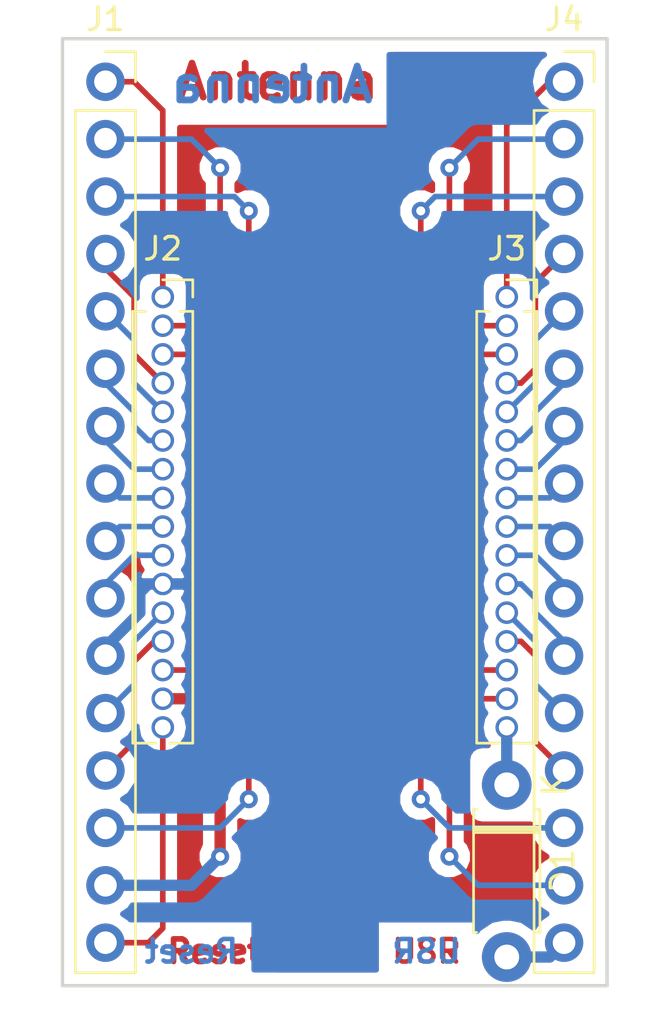
<source format=kicad_pcb>
(kicad_pcb (version 20171130) (host pcbnew 5.0.2+dfsg1-1~bpo9+1)

  (general
    (thickness 1.6)
    (drawings 10)
    (tracks 129)
    (zones 0)
    (modules 5)
    (nets 34)
  )

  (page A4)
  (layers
    (0 F.Cu signal)
    (31 B.Cu signal)
    (32 B.Adhes user)
    (33 F.Adhes user)
    (34 B.Paste user)
    (35 F.Paste user)
    (36 B.SilkS user)
    (37 F.SilkS user)
    (38 B.Mask user)
    (39 F.Mask user)
    (40 Dwgs.User user)
    (41 Cmts.User user)
    (42 Eco1.User user)
    (43 Eco2.User user)
    (44 Edge.Cuts user)
    (45 Margin user)
    (46 B.CrtYd user)
    (47 F.CrtYd user)
    (48 B.Fab user)
    (49 F.Fab user)
  )

  (setup
    (last_trace_width 0.25)
    (user_trace_width 0.5)
    (trace_clearance 0.2)
    (zone_clearance 0.508)
    (zone_45_only no)
    (trace_min 0.2)
    (segment_width 0.2)
    (edge_width 0.15)
    (via_size 0.8)
    (via_drill 0.4)
    (via_min_size 0.4)
    (via_min_drill 0.3)
    (uvia_size 0.3)
    (uvia_drill 0.1)
    (uvias_allowed no)
    (uvia_min_size 0.2)
    (uvia_min_drill 0.1)
    (pcb_text_width 0.3)
    (pcb_text_size 1.5 1.5)
    (mod_edge_width 0.15)
    (mod_text_size 1 1)
    (mod_text_width 0.15)
    (pad_size 2.2 2.2)
    (pad_drill 1.1)
    (pad_to_mask_clearance 0.051)
    (solder_mask_min_width 0.25)
    (aux_axis_origin 0 0)
    (visible_elements FFFFFF7F)
    (pcbplotparams
      (layerselection 0x010fc_ffffffff)
      (usegerberextensions false)
      (usegerberattributes false)
      (usegerberadvancedattributes false)
      (creategerberjobfile false)
      (excludeedgelayer true)
      (linewidth 0.100000)
      (plotframeref false)
      (viasonmask false)
      (mode 1)
      (useauxorigin false)
      (hpglpennumber 1)
      (hpglpenspeed 20)
      (hpglpendiameter 15.000000)
      (psnegative false)
      (psa4output false)
      (plotreference true)
      (plotvalue true)
      (plotinvisibletext false)
      (padsonsilk false)
      (subtractmaskfromsilk false)
      (outputformat 1)
      (mirror false)
      (drillshape 1)
      (scaleselection 1)
      (outputdirectory ""))
  )

  (net 0 "")
  (net 1 "Net-(J1-Pad1)")
  (net 2 "Net-(J1-Pad2)")
  (net 3 "Net-(J1-Pad3)")
  (net 4 "Net-(J1-Pad4)")
  (net 5 "Net-(J1-Pad5)")
  (net 6 "Net-(J1-Pad6)")
  (net 7 "Net-(J1-Pad7)")
  (net 8 "Net-(J1-Pad8)")
  (net 9 "Net-(J1-Pad9)")
  (net 10 "Net-(J1-Pad10)")
  (net 11 "Net-(J1-Pad12)")
  (net 12 "Net-(J1-Pad13)")
  (net 13 "Net-(J1-Pad14)")
  (net 14 "Net-(J1-Pad15)")
  (net 15 "Net-(J1-Pad16)")
  (net 16 "Net-(J3-Pad15)")
  (net 17 "Net-(J3-Pad14)")
  (net 18 "Net-(J3-Pad13)")
  (net 19 "Net-(J3-Pad12)")
  (net 20 "Net-(J3-Pad11)")
  (net 21 "Net-(J3-Pad10)")
  (net 22 "Net-(J3-Pad9)")
  (net 23 "Net-(J3-Pad8)")
  (net 24 "Net-(J3-Pad7)")
  (net 25 "Net-(J3-Pad6)")
  (net 26 "Net-(J3-Pad5)")
  (net 27 "Net-(J3-Pad4)")
  (net 28 "Net-(J3-Pad3)")
  (net 29 "Net-(J3-Pad2)")
  (net 30 "Net-(J3-Pad1)")
  (net 31 GND)
  (net 32 "Net-(D1-Pad1)")
  (net 33 "Net-(D1-Pad2)")

  (net_class Default "Dies ist die voreingestellte Netzklasse."
    (clearance 0.2)
    (trace_width 0.25)
    (via_dia 0.8)
    (via_drill 0.4)
    (uvia_dia 0.3)
    (uvia_drill 0.1)
    (add_net GND)
    (add_net "Net-(D1-Pad1)")
    (add_net "Net-(D1-Pad2)")
    (add_net "Net-(J1-Pad1)")
    (add_net "Net-(J1-Pad10)")
    (add_net "Net-(J1-Pad12)")
    (add_net "Net-(J1-Pad13)")
    (add_net "Net-(J1-Pad14)")
    (add_net "Net-(J1-Pad15)")
    (add_net "Net-(J1-Pad16)")
    (add_net "Net-(J1-Pad2)")
    (add_net "Net-(J1-Pad3)")
    (add_net "Net-(J1-Pad4)")
    (add_net "Net-(J1-Pad5)")
    (add_net "Net-(J1-Pad6)")
    (add_net "Net-(J1-Pad7)")
    (add_net "Net-(J1-Pad8)")
    (add_net "Net-(J1-Pad9)")
    (add_net "Net-(J3-Pad1)")
    (add_net "Net-(J3-Pad10)")
    (add_net "Net-(J3-Pad11)")
    (add_net "Net-(J3-Pad12)")
    (add_net "Net-(J3-Pad13)")
    (add_net "Net-(J3-Pad14)")
    (add_net "Net-(J3-Pad15)")
    (add_net "Net-(J3-Pad2)")
    (add_net "Net-(J3-Pad3)")
    (add_net "Net-(J3-Pad4)")
    (add_net "Net-(J3-Pad5)")
    (add_net "Net-(J3-Pad6)")
    (add_net "Net-(J3-Pad7)")
    (add_net "Net-(J3-Pad8)")
    (add_net "Net-(J3-Pad9)")
  )

  (module Connector_PinSocket_2.54mm:PinSocket_1x16_P2.54mm_Vertical (layer F.Cu) (tedit 5D05E05E) (tstamp 5D05CEB0)
    (at 129.54 89.535)
    (descr "Through hole straight socket strip, 1x16, 2.54mm pitch, single row (from Kicad 4.0.7), script generated")
    (tags "Through hole socket strip THT 1x16 2.54mm single row")
    (path /5D045DB6)
    (fp_text reference J1 (at 0 -2.77) (layer F.SilkS)
      (effects (font (size 1 1) (thickness 0.15)))
    )
    (fp_text value Conn_01x16 (at 0 40.87) (layer F.Fab)
      (effects (font (size 1 1) (thickness 0.15)))
    )
    (fp_line (start -1.27 -1.27) (end 0.635 -1.27) (layer F.Fab) (width 0.1))
    (fp_line (start 0.635 -1.27) (end 1.27 -0.635) (layer F.Fab) (width 0.1))
    (fp_line (start 1.27 -0.635) (end 1.27 39.37) (layer F.Fab) (width 0.1))
    (fp_line (start 1.27 39.37) (end -1.27 39.37) (layer F.Fab) (width 0.1))
    (fp_line (start -1.27 39.37) (end -1.27 -1.27) (layer F.Fab) (width 0.1))
    (fp_line (start -1.33 1.27) (end 1.33 1.27) (layer F.SilkS) (width 0.12))
    (fp_line (start -1.33 1.27) (end -1.33 39.43) (layer F.SilkS) (width 0.12))
    (fp_line (start -1.33 39.43) (end 1.33 39.43) (layer F.SilkS) (width 0.12))
    (fp_line (start 1.33 1.27) (end 1.33 39.43) (layer F.SilkS) (width 0.12))
    (fp_line (start 1.33 -1.33) (end 1.33 0) (layer F.SilkS) (width 0.12))
    (fp_line (start 0 -1.33) (end 1.33 -1.33) (layer F.SilkS) (width 0.12))
    (fp_line (start -1.8 -1.8) (end 1.75 -1.8) (layer F.CrtYd) (width 0.05))
    (fp_line (start 1.75 -1.8) (end 1.75 39.9) (layer F.CrtYd) (width 0.05))
    (fp_line (start 1.75 39.9) (end -1.8 39.9) (layer F.CrtYd) (width 0.05))
    (fp_line (start -1.8 39.9) (end -1.8 -1.8) (layer F.CrtYd) (width 0.05))
    (fp_text user %R (at 0 19.05 90) (layer F.Fab)
      (effects (font (size 1 1) (thickness 0.15)))
    )
    (pad 1 thru_hole oval (at 0 0) (size 1.7 1.7) (drill 1) (layers *.Cu *.Mask)
      (net 1 "Net-(J1-Pad1)"))
    (pad 2 thru_hole oval (at 0 2.54) (size 1.7 1.7) (drill 1) (layers *.Cu *.Mask)
      (net 2 "Net-(J1-Pad2)"))
    (pad 3 thru_hole oval (at 0 5.08) (size 1.7 1.7) (drill 1) (layers *.Cu *.Mask)
      (net 3 "Net-(J1-Pad3)"))
    (pad 4 thru_hole oval (at 0 7.62) (size 1.7 1.7) (drill 1) (layers *.Cu *.Mask)
      (net 4 "Net-(J1-Pad4)"))
    (pad 5 thru_hole oval (at 0 10.16) (size 1.7 1.7) (drill 1) (layers *.Cu *.Mask)
      (net 5 "Net-(J1-Pad5)"))
    (pad 6 thru_hole oval (at 0 12.7) (size 1.7 1.7) (drill 1) (layers *.Cu *.Mask)
      (net 6 "Net-(J1-Pad6)"))
    (pad 7 thru_hole oval (at 0 15.24) (size 1.7 1.7) (drill 1) (layers *.Cu *.Mask)
      (net 7 "Net-(J1-Pad7)"))
    (pad 8 thru_hole oval (at 0 17.78) (size 1.7 1.7) (drill 1) (layers *.Cu *.Mask)
      (net 8 "Net-(J1-Pad8)"))
    (pad 9 thru_hole oval (at 0 20.32) (size 1.7 1.7) (drill 1) (layers *.Cu *.Mask)
      (net 9 "Net-(J1-Pad9)"))
    (pad 10 thru_hole oval (at 0 22.86) (size 1.7 1.7) (drill 1) (layers *.Cu *.Mask)
      (net 10 "Net-(J1-Pad10)"))
    (pad 11 thru_hole oval (at 0 25.4) (size 1.7 1.7) (drill 1) (layers *.Cu *.Mask)
      (net 31 GND))
    (pad 12 thru_hole oval (at 0 27.94) (size 1.7 1.7) (drill 1) (layers *.Cu *.Mask)
      (net 11 "Net-(J1-Pad12)"))
    (pad 13 thru_hole oval (at 0 30.48) (size 1.7 1.7) (drill 1) (layers *.Cu *.Mask)
      (net 12 "Net-(J1-Pad13)"))
    (pad 14 thru_hole oval (at 0 33.02) (size 1.7 1.7) (drill 1) (layers *.Cu *.Mask)
      (net 13 "Net-(J1-Pad14)"))
    (pad 15 thru_hole oval (at 0 35.56) (size 1.7 1.7) (drill 1) (layers *.Cu *.Mask)
      (net 14 "Net-(J1-Pad15)"))
    (pad 16 thru_hole oval (at 0 38.1) (size 1.7 1.7) (drill 1) (layers *.Cu *.Mask)
      (net 15 "Net-(J1-Pad16)"))
    (model ${KISYS3DMOD}/Connector_PinSocket_2.54mm.3dshapes/PinSocket_1x16_P2.54mm_Vertical.wrl
      (at (xyz 0 0 0))
      (scale (xyz 1 1 1))
      (rotate (xyz 0 0 0))
    )
  )

  (module Connector_PinSocket_1.27mm:PinSocket_1x16_P1.27mm_Vertical (layer F.Cu) (tedit 5D05E0F1) (tstamp 5D05CED6)
    (at 132.08 99.06)
    (descr "Through hole straight socket strip, 1x16, 1.27mm pitch, single row (from Kicad 4.0.7), script generated")
    (tags "Through hole socket strip THT 1x16 1.27mm single row")
    (path /5D045D08)
    (fp_text reference J2 (at 0 -2.135) (layer F.SilkS)
      (effects (font (size 1 1) (thickness 0.15)))
    )
    (fp_text value Conn_01x16 (at 0 21.185) (layer F.Fab)
      (effects (font (size 1 1) (thickness 0.15)))
    )
    (fp_line (start -1.27 -0.635) (end 0.635 -0.635) (layer F.Fab) (width 0.1))
    (fp_line (start 0.635 -0.635) (end 1.27 0) (layer F.Fab) (width 0.1))
    (fp_line (start 1.27 0) (end 1.27 19.685) (layer F.Fab) (width 0.1))
    (fp_line (start 1.27 19.685) (end -1.27 19.685) (layer F.Fab) (width 0.1))
    (fp_line (start -1.27 19.685) (end -1.27 -0.635) (layer F.Fab) (width 0.1))
    (fp_line (start -1.33 0.635) (end -0.76 0.635) (layer F.SilkS) (width 0.12))
    (fp_line (start 0.76 0.635) (end 1.33 0.635) (layer F.SilkS) (width 0.12))
    (fp_line (start -1.33 0.635) (end -1.33 19.745) (layer F.SilkS) (width 0.12))
    (fp_line (start -1.33 19.745) (end -0.30753 19.745) (layer F.SilkS) (width 0.12))
    (fp_line (start 0.30753 19.745) (end 1.33 19.745) (layer F.SilkS) (width 0.12))
    (fp_line (start 1.33 0.635) (end 1.33 19.745) (layer F.SilkS) (width 0.12))
    (fp_line (start 1.33 -0.76) (end 1.33 0) (layer F.SilkS) (width 0.12))
    (fp_line (start 0 -0.76) (end 1.33 -0.76) (layer F.SilkS) (width 0.12))
    (fp_line (start -1.8 -1.15) (end 1.75 -1.15) (layer F.CrtYd) (width 0.05))
    (fp_line (start 1.75 -1.15) (end 1.75 20.2) (layer F.CrtYd) (width 0.05))
    (fp_line (start 1.75 20.2) (end -1.8 20.2) (layer F.CrtYd) (width 0.05))
    (fp_line (start -1.8 20.2) (end -1.8 -1.15) (layer F.CrtYd) (width 0.05))
    (fp_text user %R (at 0 9.525 90) (layer F.Fab)
      (effects (font (size 1 1) (thickness 0.15)))
    )
    (pad 1 thru_hole circle (at 0 0) (size 1 1) (drill 0.7) (layers *.Cu *.Mask)
      (net 1 "Net-(J1-Pad1)"))
    (pad 2 thru_hole oval (at 0 1.27) (size 1 1) (drill 0.7) (layers *.Cu *.Mask)
      (net 2 "Net-(J1-Pad2)"))
    (pad 3 thru_hole oval (at 0 2.54) (size 1 1) (drill 0.7) (layers *.Cu *.Mask)
      (net 3 "Net-(J1-Pad3)"))
    (pad 4 thru_hole oval (at 0 3.81) (size 1 1) (drill 0.7) (layers *.Cu *.Mask)
      (net 4 "Net-(J1-Pad4)"))
    (pad 5 thru_hole oval (at 0 5.08) (size 1 1) (drill 0.7) (layers *.Cu *.Mask)
      (net 5 "Net-(J1-Pad5)"))
    (pad 6 thru_hole oval (at 0 6.35) (size 1 1) (drill 0.7) (layers *.Cu *.Mask)
      (net 6 "Net-(J1-Pad6)"))
    (pad 7 thru_hole oval (at 0 7.62) (size 1 1) (drill 0.7) (layers *.Cu *.Mask)
      (net 7 "Net-(J1-Pad7)"))
    (pad 8 thru_hole oval (at 0 8.89) (size 1 1) (drill 0.7) (layers *.Cu *.Mask)
      (net 8 "Net-(J1-Pad8)"))
    (pad 9 thru_hole oval (at 0 10.16) (size 1 1) (drill 0.7) (layers *.Cu *.Mask)
      (net 9 "Net-(J1-Pad9)"))
    (pad 10 thru_hole oval (at 0 11.43) (size 1 1) (drill 0.7) (layers *.Cu *.Mask)
      (net 10 "Net-(J1-Pad10)"))
    (pad 11 thru_hole oval (at 0 12.7) (size 1 1) (drill 0.7) (layers *.Cu *.Mask)
      (net 31 GND))
    (pad 12 thru_hole oval (at 0 13.97) (size 1 1) (drill 0.7) (layers *.Cu *.Mask)
      (net 11 "Net-(J1-Pad12)"))
    (pad 13 thru_hole oval (at 0 15.24) (size 1 1) (drill 0.7) (layers *.Cu *.Mask)
      (net 12 "Net-(J1-Pad13)"))
    (pad 14 thru_hole oval (at 0 16.51) (size 1 1) (drill 0.7) (layers *.Cu *.Mask)
      (net 13 "Net-(J1-Pad14)"))
    (pad 15 thru_hole oval (at 0 17.78) (size 1 1) (drill 0.7) (layers *.Cu *.Mask)
      (net 14 "Net-(J1-Pad15)"))
    (pad 16 thru_hole oval (at 0 19.05) (size 1 1) (drill 0.7) (layers *.Cu *.Mask)
      (net 15 "Net-(J1-Pad16)"))
    (model ${KISYS3DMOD}/Connector_PinSocket_1.27mm.3dshapes/PinSocket_1x16_P1.27mm_Vertical.wrl
      (at (xyz 0 0 0))
      (scale (xyz 1 1 1))
      (rotate (xyz 0 0 0))
    )
  )

  (module Connector_PinSocket_1.27mm:PinSocket_1x16_P1.27mm_Vertical (layer F.Cu) (tedit 5D05E106) (tstamp 5D05CEFC)
    (at 147.32 99.06)
    (descr "Through hole straight socket strip, 1x16, 1.27mm pitch, single row (from Kicad 4.0.7), script generated")
    (tags "Through hole socket strip THT 1x16 1.27mm single row")
    (path /5D045EAA)
    (fp_text reference J3 (at 0 -2.135) (layer F.SilkS)
      (effects (font (size 1 1) (thickness 0.15)))
    )
    (fp_text value Conn_01x16 (at 0 21.185) (layer F.Fab)
      (effects (font (size 1 1) (thickness 0.15)))
    )
    (fp_text user %R (at 0 9.525 90) (layer F.Fab)
      (effects (font (size 1 1) (thickness 0.15)))
    )
    (fp_line (start -1.8 20.2) (end -1.8 -1.15) (layer F.CrtYd) (width 0.05))
    (fp_line (start 1.75 20.2) (end -1.8 20.2) (layer F.CrtYd) (width 0.05))
    (fp_line (start 1.75 -1.15) (end 1.75 20.2) (layer F.CrtYd) (width 0.05))
    (fp_line (start -1.8 -1.15) (end 1.75 -1.15) (layer F.CrtYd) (width 0.05))
    (fp_line (start 0 -0.76) (end 1.33 -0.76) (layer F.SilkS) (width 0.12))
    (fp_line (start 1.33 -0.76) (end 1.33 0) (layer F.SilkS) (width 0.12))
    (fp_line (start 1.33 0.635) (end 1.33 19.745) (layer F.SilkS) (width 0.12))
    (fp_line (start 0.30753 19.745) (end 1.33 19.745) (layer F.SilkS) (width 0.12))
    (fp_line (start -1.33 19.745) (end -0.30753 19.745) (layer F.SilkS) (width 0.12))
    (fp_line (start -1.33 0.635) (end -1.33 19.745) (layer F.SilkS) (width 0.12))
    (fp_line (start 0.76 0.635) (end 1.33 0.635) (layer F.SilkS) (width 0.12))
    (fp_line (start -1.33 0.635) (end -0.76 0.635) (layer F.SilkS) (width 0.12))
    (fp_line (start -1.27 19.685) (end -1.27 -0.635) (layer F.Fab) (width 0.1))
    (fp_line (start 1.27 19.685) (end -1.27 19.685) (layer F.Fab) (width 0.1))
    (fp_line (start 1.27 0) (end 1.27 19.685) (layer F.Fab) (width 0.1))
    (fp_line (start 0.635 -0.635) (end 1.27 0) (layer F.Fab) (width 0.1))
    (fp_line (start -1.27 -0.635) (end 0.635 -0.635) (layer F.Fab) (width 0.1))
    (pad 16 thru_hole oval (at 0 19.05) (size 1 1) (drill 0.7) (layers *.Cu *.Mask)
      (net 32 "Net-(D1-Pad1)"))
    (pad 15 thru_hole oval (at 0 17.78) (size 1 1) (drill 0.7) (layers *.Cu *.Mask)
      (net 16 "Net-(J3-Pad15)"))
    (pad 14 thru_hole oval (at 0 16.51) (size 1 1) (drill 0.7) (layers *.Cu *.Mask)
      (net 17 "Net-(J3-Pad14)"))
    (pad 13 thru_hole oval (at 0 15.24) (size 1 1) (drill 0.7) (layers *.Cu *.Mask)
      (net 18 "Net-(J3-Pad13)"))
    (pad 12 thru_hole oval (at 0 13.97) (size 1 1) (drill 0.7) (layers *.Cu *.Mask)
      (net 19 "Net-(J3-Pad12)"))
    (pad 11 thru_hole oval (at 0 12.7) (size 1 1) (drill 0.7) (layers *.Cu *.Mask)
      (net 20 "Net-(J3-Pad11)"))
    (pad 10 thru_hole oval (at 0 11.43) (size 1 1) (drill 0.7) (layers *.Cu *.Mask)
      (net 21 "Net-(J3-Pad10)"))
    (pad 9 thru_hole oval (at 0 10.16) (size 1 1) (drill 0.7) (layers *.Cu *.Mask)
      (net 22 "Net-(J3-Pad9)"))
    (pad 8 thru_hole oval (at 0 8.89) (size 1 1) (drill 0.7) (layers *.Cu *.Mask)
      (net 23 "Net-(J3-Pad8)"))
    (pad 7 thru_hole oval (at 0 7.62) (size 1 1) (drill 0.7) (layers *.Cu *.Mask)
      (net 24 "Net-(J3-Pad7)"))
    (pad 6 thru_hole oval (at 0 6.35) (size 1 1) (drill 0.7) (layers *.Cu *.Mask)
      (net 25 "Net-(J3-Pad6)"))
    (pad 5 thru_hole oval (at 0 5.08) (size 1 1) (drill 0.7) (layers *.Cu *.Mask)
      (net 26 "Net-(J3-Pad5)"))
    (pad 4 thru_hole oval (at 0 3.81) (size 1 1) (drill 0.7) (layers *.Cu *.Mask)
      (net 27 "Net-(J3-Pad4)"))
    (pad 3 thru_hole oval (at 0 2.54) (size 1 1) (drill 0.7) (layers *.Cu *.Mask)
      (net 28 "Net-(J3-Pad3)"))
    (pad 2 thru_hole oval (at 0 1.27) (size 1 1) (drill 0.7) (layers *.Cu *.Mask)
      (net 29 "Net-(J3-Pad2)"))
    (pad 1 thru_hole circle (at 0 0) (size 1 1) (drill 0.7) (layers *.Cu *.Mask)
      (net 30 "Net-(J3-Pad1)"))
    (model ${KISYS3DMOD}/Connector_PinSocket_1.27mm.3dshapes/PinSocket_1x16_P1.27mm_Vertical.wrl
      (at (xyz 0 0 0))
      (scale (xyz 1 1 1))
      (rotate (xyz 0 0 0))
    )
  )

  (module Connector_PinSocket_2.54mm:PinSocket_1x16_P2.54mm_Vertical (layer F.Cu) (tedit 5D05E065) (tstamp 5D05CF20)
    (at 149.86 89.535)
    (descr "Through hole straight socket strip, 1x16, 2.54mm pitch, single row (from Kicad 4.0.7), script generated")
    (tags "Through hole socket strip THT 1x16 2.54mm single row")
    (path /5D045E3C)
    (fp_text reference J4 (at 0 -2.77) (layer F.SilkS)
      (effects (font (size 1 1) (thickness 0.15)))
    )
    (fp_text value Conn_01x16 (at 0 40.87) (layer F.Fab)
      (effects (font (size 1 1) (thickness 0.15)))
    )
    (fp_text user %R (at 0 19.05 90) (layer F.Fab)
      (effects (font (size 1 1) (thickness 0.15)))
    )
    (fp_line (start -1.8 39.9) (end -1.8 -1.8) (layer F.CrtYd) (width 0.05))
    (fp_line (start 1.75 39.9) (end -1.8 39.9) (layer F.CrtYd) (width 0.05))
    (fp_line (start 1.75 -1.8) (end 1.75 39.9) (layer F.CrtYd) (width 0.05))
    (fp_line (start -1.8 -1.8) (end 1.75 -1.8) (layer F.CrtYd) (width 0.05))
    (fp_line (start 0 -1.33) (end 1.33 -1.33) (layer F.SilkS) (width 0.12))
    (fp_line (start 1.33 -1.33) (end 1.33 0) (layer F.SilkS) (width 0.12))
    (fp_line (start 1.33 1.27) (end 1.33 39.43) (layer F.SilkS) (width 0.12))
    (fp_line (start -1.33 39.43) (end 1.33 39.43) (layer F.SilkS) (width 0.12))
    (fp_line (start -1.33 1.27) (end -1.33 39.43) (layer F.SilkS) (width 0.12))
    (fp_line (start -1.33 1.27) (end 1.33 1.27) (layer F.SilkS) (width 0.12))
    (fp_line (start -1.27 39.37) (end -1.27 -1.27) (layer F.Fab) (width 0.1))
    (fp_line (start 1.27 39.37) (end -1.27 39.37) (layer F.Fab) (width 0.1))
    (fp_line (start 1.27 -0.635) (end 1.27 39.37) (layer F.Fab) (width 0.1))
    (fp_line (start 0.635 -1.27) (end 1.27 -0.635) (layer F.Fab) (width 0.1))
    (fp_line (start -1.27 -1.27) (end 0.635 -1.27) (layer F.Fab) (width 0.1))
    (pad 16 thru_hole oval (at 0 38.1) (size 1.7 1.7) (drill 1) (layers *.Cu *.Mask)
      (net 33 "Net-(D1-Pad2)"))
    (pad 15 thru_hole oval (at 0 35.56) (size 1.7 1.7) (drill 1) (layers *.Cu *.Mask)
      (net 16 "Net-(J3-Pad15)"))
    (pad 14 thru_hole oval (at 0 33.02) (size 1.7 1.7) (drill 1) (layers *.Cu *.Mask)
      (net 17 "Net-(J3-Pad14)"))
    (pad 13 thru_hole oval (at 0 30.48) (size 1.7 1.7) (drill 1) (layers *.Cu *.Mask)
      (net 18 "Net-(J3-Pad13)"))
    (pad 12 thru_hole oval (at 0 27.94) (size 1.7 1.7) (drill 1) (layers *.Cu *.Mask)
      (net 19 "Net-(J3-Pad12)"))
    (pad 11 thru_hole oval (at 0 25.4) (size 1.7 1.7) (drill 1) (layers *.Cu *.Mask)
      (net 20 "Net-(J3-Pad11)"))
    (pad 10 thru_hole oval (at 0 22.86) (size 1.7 1.7) (drill 1) (layers *.Cu *.Mask)
      (net 21 "Net-(J3-Pad10)"))
    (pad 9 thru_hole oval (at 0 20.32) (size 1.7 1.7) (drill 1) (layers *.Cu *.Mask)
      (net 22 "Net-(J3-Pad9)"))
    (pad 8 thru_hole oval (at 0 17.78) (size 1.7 1.7) (drill 1) (layers *.Cu *.Mask)
      (net 23 "Net-(J3-Pad8)"))
    (pad 7 thru_hole oval (at 0 15.24) (size 1.7 1.7) (drill 1) (layers *.Cu *.Mask)
      (net 24 "Net-(J3-Pad7)"))
    (pad 6 thru_hole oval (at 0 12.7) (size 1.7 1.7) (drill 1) (layers *.Cu *.Mask)
      (net 25 "Net-(J3-Pad6)"))
    (pad 5 thru_hole oval (at 0 10.16) (size 1.7 1.7) (drill 1) (layers *.Cu *.Mask)
      (net 26 "Net-(J3-Pad5)"))
    (pad 4 thru_hole oval (at 0 7.62) (size 1.7 1.7) (drill 1) (layers *.Cu *.Mask)
      (net 27 "Net-(J3-Pad4)"))
    (pad 3 thru_hole oval (at 0 5.08) (size 1.7 1.7) (drill 1) (layers *.Cu *.Mask)
      (net 28 "Net-(J3-Pad3)"))
    (pad 2 thru_hole oval (at 0 2.54) (size 1.7 1.7) (drill 1) (layers *.Cu *.Mask)
      (net 29 "Net-(J3-Pad2)"))
    (pad 1 thru_hole oval (at 0 0) (size 1.7 1.7) (drill 1) (layers *.Cu *.Mask)
      (net 30 "Net-(J3-Pad1)"))
    (model ${KISYS3DMOD}/Connector_PinSocket_2.54mm.3dshapes/PinSocket_1x16_P2.54mm_Vertical.wrl
      (at (xyz 0 0 0))
      (scale (xyz 1 1 1))
      (rotate (xyz 0 0 0))
    )
  )

  (module Diode_THT:D_DO-41_SOD81_P7.62mm_Horizontal (layer F.Cu) (tedit 5D05E15D) (tstamp 5D01F70B)
    (at 147.32 120.65 270)
    (descr "Diode, DO-41_SOD81 series, Axial, Horizontal, pin pitch=7.62mm, , length*diameter=5.2*2.7mm^2, , http://www.diodes.com/_files/packages/DO-41%20(Plastic).pdf")
    (tags "Diode DO-41_SOD81 series Axial Horizontal pin pitch 7.62mm  length 5.2mm diameter 2.7mm")
    (path /5D01EE87)
    (fp_text reference D1 (at 3.81 -2.47 270) (layer F.SilkS)
      (effects (font (size 1 1) (thickness 0.15)))
    )
    (fp_text value D_Schottky (at 3.81 2.47 270) (layer F.Fab)
      (effects (font (size 1 1) (thickness 0.15)))
    )
    (fp_line (start 1.21 -1.35) (end 1.21 1.35) (layer F.Fab) (width 0.1))
    (fp_line (start 1.21 1.35) (end 6.41 1.35) (layer F.Fab) (width 0.1))
    (fp_line (start 6.41 1.35) (end 6.41 -1.35) (layer F.Fab) (width 0.1))
    (fp_line (start 6.41 -1.35) (end 1.21 -1.35) (layer F.Fab) (width 0.1))
    (fp_line (start 0 0) (end 1.21 0) (layer F.Fab) (width 0.1))
    (fp_line (start 7.62 0) (end 6.41 0) (layer F.Fab) (width 0.1))
    (fp_line (start 1.99 -1.35) (end 1.99 1.35) (layer F.Fab) (width 0.1))
    (fp_line (start 2.09 -1.35) (end 2.09 1.35) (layer F.Fab) (width 0.1))
    (fp_line (start 1.89 -1.35) (end 1.89 1.35) (layer F.Fab) (width 0.1))
    (fp_line (start 1.09 -1.34) (end 1.09 -1.47) (layer F.SilkS) (width 0.12))
    (fp_line (start 1.09 -1.47) (end 6.53 -1.47) (layer F.SilkS) (width 0.12))
    (fp_line (start 6.53 -1.47) (end 6.53 -1.34) (layer F.SilkS) (width 0.12))
    (fp_line (start 1.09 1.34) (end 1.09 1.47) (layer F.SilkS) (width 0.12))
    (fp_line (start 1.09 1.47) (end 6.53 1.47) (layer F.SilkS) (width 0.12))
    (fp_line (start 6.53 1.47) (end 6.53 1.34) (layer F.SilkS) (width 0.12))
    (fp_line (start 1.99 -1.47) (end 1.99 1.47) (layer F.SilkS) (width 0.12))
    (fp_line (start 2.11 -1.47) (end 2.11 1.47) (layer F.SilkS) (width 0.12))
    (fp_line (start 1.87 -1.47) (end 1.87 1.47) (layer F.SilkS) (width 0.12))
    (fp_line (start -1.35 -1.6) (end -1.35 1.6) (layer F.CrtYd) (width 0.05))
    (fp_line (start -1.35 1.6) (end 8.97 1.6) (layer F.CrtYd) (width 0.05))
    (fp_line (start 8.97 1.6) (end 8.97 -1.6) (layer F.CrtYd) (width 0.05))
    (fp_line (start 8.97 -1.6) (end -1.35 -1.6) (layer F.CrtYd) (width 0.05))
    (fp_text user %R (at 4.2 0 270) (layer F.Fab)
      (effects (font (size 1 1) (thickness 0.15)))
    )
    (fp_text user K (at 0 -2.1 270) (layer F.Fab)
      (effects (font (size 1 1) (thickness 0.15)))
    )
    (fp_text user K (at 0 -2.1 270) (layer F.SilkS)
      (effects (font (size 1 1) (thickness 0.15)))
    )
    (pad 1 thru_hole oval (at 0 0 270) (size 2.2 2.2) (drill 1.1) (layers *.Cu *.Mask)
      (net 32 "Net-(D1-Pad1)"))
    (pad 2 thru_hole oval (at 7.62 0 270) (size 2.2 2.2) (drill 1.1) (layers *.Cu *.Mask)
      (net 33 "Net-(D1-Pad2)"))
    (model ${KISYS3DMOD}/Diode_THT.3dshapes/D_DO-41_SOD81_P7.62mm_Horizontal.wrl
      (at (xyz 0 0 0))
      (scale (xyz 1 1 1))
      (rotate (xyz 0 0 0))
    )
  )

  (gr_text Antenna (at 136.906 89.662) (layer B.Cu)
    (effects (font (size 1.5 1.5) (thickness 0.3)) (justify mirror))
  )
  (gr_text USR (at 143.764 128.016) (layer B.Cu)
    (effects (font (size 1 1) (thickness 0.2)) (justify mirror))
  )
  (gr_text Reset (at 133.35 128.016) (layer B.Cu)
    (effects (font (size 1 1) (thickness 0.2)) (justify mirror))
  )
  (gr_text USR (at 143.764 128.016) (layer F.Cu)
    (effects (font (size 1 1) (thickness 0.2)))
  )
  (gr_text Reset (at 134.366 128.016) (layer F.Cu)
    (effects (font (size 1 1) (thickness 0.25)))
  )
  (gr_text Antenna (at 137.16 89.535) (layer F.Cu)
    (effects (font (size 1.5 1.5) (thickness 0.3)))
  )
  (gr_line (start 127.635 129.54) (end 127.635 87.63) (angle 90) (layer Edge.Cuts) (width 0.15))
  (gr_line (start 151.765 129.54) (end 127.635 129.54) (angle 90) (layer Edge.Cuts) (width 0.15))
  (gr_line (start 151.765 87.63) (end 151.765 129.54) (angle 90) (layer Edge.Cuts) (width 0.15))
  (gr_line (start 127.635 87.63) (end 151.765 87.63) (angle 90) (layer Edge.Cuts) (width 0.15))

  (segment (start 132.08 99.06) (end 132.08 90.805) (width 0.25) (layer F.Cu) (net 1) (status 400000))
  (segment (start 130.81 89.535) (end 129.54 89.535) (width 0.25) (layer F.Cu) (net 1) (tstamp 5D05E9AF) (status 800000))
  (segment (start 132.08 90.805) (end 130.81 89.535) (width 0.25) (layer F.Cu) (net 1) (tstamp 5D05E9AE))
  (segment (start 132.08 100.33) (end 133.985 100.33) (width 0.25) (layer F.Cu) (net 2) (status 400000))
  (segment (start 133.35 92.075) (end 129.54 92.075) (width 0.25) (layer B.Cu) (net 2) (tstamp 5D05E9B6) (status 800000))
  (segment (start 134.62 93.345) (end 133.35 92.075) (width 0.25) (layer B.Cu) (net 2) (tstamp 5D05E9B5))
  (via (at 134.62 93.345) (size 0.8) (drill 0.4) (layers F.Cu B.Cu) (net 2))
  (segment (start 134.62 99.695) (end 134.62 93.345) (width 0.25) (layer F.Cu) (net 2) (tstamp 5D05E9B3))
  (segment (start 133.985 100.33) (end 134.62 99.695) (width 0.25) (layer F.Cu) (net 2) (tstamp 5D05E9B2))
  (segment (start 129.54 94.615) (end 135.255 94.615) (width 0.25) (layer B.Cu) (net 3) (status 400000))
  (segment (start 134.62 101.6) (end 132.08 101.6) (width 0.25) (layer F.Cu) (net 3) (tstamp 5D05E9BE) (status 800000))
  (segment (start 135.89 100.33) (end 134.62 101.6) (width 0.25) (layer F.Cu) (net 3) (tstamp 5D05E9BD))
  (segment (start 135.89 95.25) (end 135.89 100.33) (width 0.25) (layer F.Cu) (net 3) (tstamp 5D05E9BC))
  (via (at 135.89 95.25) (size 0.8) (drill 0.4) (layers F.Cu B.Cu) (net 3))
  (segment (start 135.255 94.615) (end 135.89 95.25) (width 0.25) (layer B.Cu) (net 3) (tstamp 5D05E9B9))
  (segment (start 132.08 102.87) (end 130.81 101.6) (width 0.25) (layer F.Cu) (net 4) (status 400000))
  (segment (start 129.54 97.79) (end 129.54 97.155) (width 0.25) (layer F.Cu) (net 4) (tstamp 5D05E996) (status C00000))
  (segment (start 130.81 99.06) (end 129.54 97.79) (width 0.25) (layer F.Cu) (net 4) (tstamp 5D05E995) (status 800000))
  (segment (start 130.81 101.6) (end 130.81 99.06) (width 0.25) (layer F.Cu) (net 4) (tstamp 5D05E994))
  (segment (start 132.08 104.14) (end 130.81 102.87) (width 0.25) (layer B.Cu) (net 5) (status 400000))
  (segment (start 130.81 100.965) (end 129.54 99.695) (width 0.25) (layer B.Cu) (net 5) (tstamp 5D05E972) (status 800000))
  (segment (start 130.81 102.87) (end 130.81 100.965) (width 0.25) (layer B.Cu) (net 5) (tstamp 5D05E971))
  (segment (start 132.08 105.41) (end 131.445 105.41) (width 0.25) (layer B.Cu) (net 6) (status 400000))
  (segment (start 129.54 102.87) (end 129.54 102.235) (width 0.25) (layer B.Cu) (net 6) (tstamp 5D05E960) (status C00000))
  (segment (start 130.81 104.14) (end 129.54 102.87) (width 0.25) (layer B.Cu) (net 6) (tstamp 5D05E95F) (status 800000))
  (segment (start 130.81 104.775) (end 130.81 104.14) (width 0.25) (layer B.Cu) (net 6) (tstamp 5D05E95E))
  (segment (start 131.445 105.41) (end 130.81 104.775) (width 0.25) (layer B.Cu) (net 6) (tstamp 5D05E95D))
  (segment (start 132.08 106.68) (end 130.81 106.68) (width 0.25) (layer B.Cu) (net 7) (status 400000))
  (segment (start 129.54 105.41) (end 129.54 104.775) (width 0.25) (layer B.Cu) (net 7) (tstamp 5D05E955) (status C00000))
  (segment (start 130.81 106.68) (end 129.54 105.41) (width 0.25) (layer B.Cu) (net 7) (tstamp 5D05E954) (status 800000))
  (segment (start 129.54 107.315) (end 130.175 107.95) (width 0.25) (layer B.Cu) (net 8) (status C00000))
  (segment (start 130.175 107.95) (end 132.08 107.95) (width 0.25) (layer B.Cu) (net 8) (tstamp 5D05E923) (status C00000))
  (segment (start 129.54 109.855) (end 130.175 109.22) (width 0.25) (layer B.Cu) (net 9) (status C00000))
  (segment (start 130.175 109.22) (end 132.08 109.22) (width 0.25) (layer B.Cu) (net 9) (tstamp 5D05E926) (status C00000))
  (segment (start 132.08 110.49) (end 130.81 110.49) (width 0.25) (layer B.Cu) (net 10) (status 400000))
  (segment (start 129.54 111.76) (end 129.54 112.395) (width 0.25) (layer B.Cu) (net 10) (tstamp 5D05E95A) (status C00000))
  (segment (start 130.81 110.49) (end 129.54 111.76) (width 0.25) (layer B.Cu) (net 10) (tstamp 5D05E958) (status 800000))
  (segment (start 132.334 112.776) (end 130.81 114.3) (width 0.25) (layer B.Cu) (net 11))
  (segment (start 130.81 116.205) (end 129.54 117.475) (width 0.25) (layer B.Cu) (net 11) (tstamp 5D05E97A) (status 800000))
  (segment (start 130.81 114.3) (end 130.81 116.205) (width 0.25) (layer B.Cu) (net 11) (tstamp 5D05E979))
  (segment (start 132.08 114.3) (end 131.699 114.3) (width 0.25) (layer F.Cu) (net 12) (status 400000))
  (segment (start 130.81 118.745) (end 129.54 120.015) (width 0.25) (layer F.Cu) (net 12) (tstamp 5D05E97F) (status 800000))
  (segment (start 130.81 115.189) (end 130.81 118.745) (width 0.25) (layer F.Cu) (net 12) (tstamp 5D05E97E))
  (segment (start 131.699 114.3) (end 130.81 115.189) (width 0.25) (layer F.Cu) (net 12) (tstamp 5D05E97D))
  (segment (start 129.54 122.555) (end 134.62 122.555) (width 0.25) (layer B.Cu) (net 13) (status 400000))
  (segment (start 135.255 115.57) (end 132.08 115.57) (width 0.25) (layer F.Cu) (net 13) (tstamp 5D05E9E1) (status 800000))
  (segment (start 135.89 116.205) (end 135.255 115.57) (width 0.25) (layer F.Cu) (net 13) (tstamp 5D05E9E0))
  (segment (start 135.89 121.285) (end 135.89 116.205) (width 0.25) (layer F.Cu) (net 13) (tstamp 5D05E9DF))
  (via (at 135.89 121.285) (size 0.8) (drill 0.4) (layers F.Cu B.Cu) (net 13))
  (segment (start 134.62 122.555) (end 135.89 121.285) (width 0.25) (layer B.Cu) (net 13) (tstamp 5D05E9DC))
  (segment (start 132.08 116.84) (end 133.985 116.84) (width 0.5) (layer F.Cu) (net 14) (status 400000))
  (segment (start 133.35 125.095) (end 129.54 125.095) (width 0.5) (layer B.Cu) (net 14) (tstamp 5D05E9F0) (status 800000))
  (segment (start 134.62 123.825) (end 133.35 125.095) (width 0.5) (layer B.Cu) (net 14) (tstamp 5D05E9EF))
  (via (at 134.62 123.825) (size 0.8) (drill 0.4) (layers F.Cu B.Cu) (net 14))
  (segment (start 134.62 117.475) (end 134.62 123.825) (width 0.5) (layer F.Cu) (net 14) (tstamp 5D05E9EC))
  (segment (start 133.985 116.84) (end 134.62 117.475) (width 0.5) (layer F.Cu) (net 14) (tstamp 5D05E9EB))
  (segment (start 129.54 127.635) (end 131.445 127.635) (width 0.25) (layer F.Cu) (net 15) (status 400000))
  (segment (start 132.08 127) (end 132.08 118.11) (width 0.25) (layer F.Cu) (net 15) (tstamp 5D05E9C2) (status 800000))
  (segment (start 131.445 127.635) (end 132.08 127) (width 0.25) (layer F.Cu) (net 15) (tstamp 5D05E9C1))
  (segment (start 149.86 125.095) (end 146.05 125.095) (width 0.25) (layer B.Cu) (net 16) (status 400000))
  (segment (start 145.415 116.84) (end 147.32 116.84) (width 0.25) (layer F.Cu) (net 16) (tstamp 5D05E9F8) (status 800000))
  (segment (start 144.78 117.475) (end 145.415 116.84) (width 0.25) (layer F.Cu) (net 16) (tstamp 5D05E9F7))
  (segment (start 144.78 123.825) (end 144.78 117.475) (width 0.25) (layer F.Cu) (net 16) (tstamp 5D05E9F6))
  (via (at 144.78 123.825) (size 0.8) (drill 0.4) (layers F.Cu B.Cu) (net 16))
  (segment (start 146.05 125.095) (end 144.78 123.825) (width 0.25) (layer B.Cu) (net 16) (tstamp 5D05E9F3))
  (segment (start 147.32 115.57) (end 144.145 115.57) (width 0.25) (layer F.Cu) (net 17) (status 400000))
  (segment (start 144.78 122.555) (end 149.86 122.555) (width 0.25) (layer B.Cu) (net 17) (tstamp 5D05EA03) (status 800000))
  (segment (start 143.51 121.285) (end 144.78 122.555) (width 0.25) (layer B.Cu) (net 17) (tstamp 5D05EA02))
  (via (at 143.51 121.285) (size 0.8) (drill 0.4) (layers F.Cu B.Cu) (net 17))
  (segment (start 143.51 116.205) (end 143.51 121.285) (width 0.25) (layer F.Cu) (net 17) (tstamp 5D05E9FF))
  (segment (start 144.145 115.57) (end 143.51 116.205) (width 0.25) (layer F.Cu) (net 17) (tstamp 5D05E9FE))
  (segment (start 147.32 114.3) (end 147.955 114.3) (width 0.25) (layer F.Cu) (net 18) (status 400000))
  (segment (start 148.59 118.745) (end 149.86 120.015) (width 0.25) (layer F.Cu) (net 18) (tstamp 5D05E98A) (status 800000))
  (segment (start 148.59 114.935) (end 148.59 118.745) (width 0.25) (layer F.Cu) (net 18) (tstamp 5D05E989))
  (segment (start 147.955 114.3) (end 148.59 114.935) (width 0.25) (layer F.Cu) (net 18) (tstamp 5D05E988))
  (segment (start 147.32 113.03) (end 148.59 114.3) (width 0.25) (layer B.Cu) (net 19) (status 400000))
  (segment (start 148.59 116.205) (end 149.86 117.475) (width 0.25) (layer B.Cu) (net 19) (tstamp 5D05E985) (status 800000))
  (segment (start 148.59 114.3) (end 148.59 116.205) (width 0.25) (layer B.Cu) (net 19) (tstamp 5D05E984))
  (segment (start 147.32 111.76) (end 147.955 111.76) (width 0.25) (layer B.Cu) (net 20) (status 400000))
  (segment (start 149.86 114.3) (end 149.86 114.935) (width 0.25) (layer B.Cu) (net 20) (tstamp 5D05E951) (status C00000))
  (segment (start 148.59 113.03) (end 149.86 114.3) (width 0.25) (layer B.Cu) (net 20) (tstamp 5D05E950) (status 800000))
  (segment (start 148.59 112.395) (end 148.59 113.03) (width 0.25) (layer B.Cu) (net 20) (tstamp 5D05E94F))
  (segment (start 147.955 111.76) (end 148.59 112.395) (width 0.25) (layer B.Cu) (net 20) (tstamp 5D05E94E))
  (segment (start 147.32 110.49) (end 148.59 110.49) (width 0.25) (layer B.Cu) (net 21) (status 400000))
  (segment (start 149.86 111.76) (end 149.86 112.395) (width 0.25) (layer B.Cu) (net 21) (tstamp 5D05E932) (status C00000))
  (segment (start 148.59 110.49) (end 149.86 111.76) (width 0.25) (layer B.Cu) (net 21) (tstamp 5D05E931) (status 800000))
  (segment (start 147.32 109.22) (end 149.225 109.22) (width 0.25) (layer B.Cu) (net 22) (status C00000))
  (segment (start 149.225 109.22) (end 149.86 109.855) (width 0.25) (layer B.Cu) (net 22) (tstamp 5D05E92E) (status C00000))
  (segment (start 147.32 107.95) (end 147.955 107.95) (width 0.25) (layer B.Cu) (net 23) (status 400000))
  (segment (start 149.225 107.95) (end 149.86 107.315) (width 0.25) (layer B.Cu) (net 23) (tstamp 5D05E92B) (status C00000))
  (segment (start 147.955 107.95) (end 149.225 107.95) (width 0.25) (layer B.Cu) (net 23) (tstamp 5D05E92A) (status 800000))
  (segment (start 147.32 106.68) (end 148.59 106.68) (width 0.25) (layer B.Cu) (net 24) (status 400000))
  (segment (start 149.86 105.41) (end 149.86 104.775) (width 0.25) (layer B.Cu) (net 24) (tstamp 5D05E937) (status C00000))
  (segment (start 148.59 106.68) (end 149.86 105.41) (width 0.25) (layer B.Cu) (net 24) (tstamp 5D05E935) (status 800000))
  (segment (start 147.32 105.41) (end 147.955 105.41) (width 0.25) (layer B.Cu) (net 25) (status 400000))
  (segment (start 149.86 102.87) (end 149.86 102.235) (width 0.25) (layer B.Cu) (net 25) (tstamp 5D05E93D) (status C00000))
  (segment (start 148.59 104.14) (end 149.86 102.87) (width 0.25) (layer B.Cu) (net 25) (tstamp 5D05E93C) (status 800000))
  (segment (start 148.59 104.775) (end 148.59 104.14) (width 0.25) (layer B.Cu) (net 25) (tstamp 5D05E93B))
  (segment (start 147.955 105.41) (end 148.59 104.775) (width 0.25) (layer B.Cu) (net 25) (tstamp 5D05E93A))
  (segment (start 147.32 104.14) (end 148.59 102.87) (width 0.25) (layer B.Cu) (net 26) (status 400000))
  (segment (start 148.59 100.965) (end 149.86 99.695) (width 0.25) (layer B.Cu) (net 26) (tstamp 5D05E976) (status 800000))
  (segment (start 148.59 102.87) (end 148.59 100.965) (width 0.25) (layer B.Cu) (net 26) (tstamp 5D05E975))
  (segment (start 147.32 102.87) (end 147.955 102.87) (width 0.25) (layer F.Cu) (net 27) (status 400000))
  (segment (start 148.59 98.425) (end 149.86 97.155) (width 0.25) (layer F.Cu) (net 27) (tstamp 5D05E990) (status 800000))
  (segment (start 148.59 102.235) (end 148.59 98.425) (width 0.25) (layer F.Cu) (net 27) (tstamp 5D05E98F))
  (segment (start 147.955 102.87) (end 148.59 102.235) (width 0.25) (layer F.Cu) (net 27) (tstamp 5D05E98E))
  (segment (start 147.32 101.6) (end 144.78 101.6) (width 0.25) (layer F.Cu) (net 28) (status 400000))
  (segment (start 144.145 94.615) (end 149.86 94.615) (width 0.25) (layer B.Cu) (net 28) (tstamp 5D05E99F) (status 800000))
  (segment (start 143.51 95.25) (end 144.145 94.615) (width 0.25) (layer B.Cu) (net 28) (tstamp 5D05E99E))
  (via (at 143.51 95.25) (size 0.8) (drill 0.4) (layers F.Cu B.Cu) (net 28))
  (segment (start 143.51 100.33) (end 143.51 95.25) (width 0.25) (layer F.Cu) (net 28) (tstamp 5D05E99B))
  (segment (start 144.78 101.6) (end 143.51 100.33) (width 0.25) (layer F.Cu) (net 28) (tstamp 5D05E999))
  (segment (start 149.86 92.075) (end 146.05 92.075) (width 0.25) (layer B.Cu) (net 29) (status 400000))
  (segment (start 145.415 100.33) (end 147.32 100.33) (width 0.25) (layer F.Cu) (net 29) (tstamp 5D05E9A7) (status 800000))
  (segment (start 144.78 99.695) (end 145.415 100.33) (width 0.25) (layer F.Cu) (net 29) (tstamp 5D05E9A6))
  (segment (start 144.78 93.345) (end 144.78 99.695) (width 0.25) (layer F.Cu) (net 29) (tstamp 5D05E9A5))
  (via (at 144.78 93.345) (size 0.8) (drill 0.4) (layers F.Cu B.Cu) (net 29))
  (segment (start 146.05 92.075) (end 144.78 93.345) (width 0.25) (layer B.Cu) (net 29) (tstamp 5D05E9A2))
  (segment (start 147.32 99.06) (end 147.32 91.44) (width 0.25) (layer F.Cu) (net 30) (status 400000))
  (segment (start 149.225 89.535) (end 149.86 89.535) (width 0.25) (layer F.Cu) (net 30) (tstamp 5D05E9AB) (status C00000))
  (segment (start 147.32 91.44) (end 149.225 89.535) (width 0.25) (layer F.Cu) (net 30) (tstamp 5D05E9AA) (status 800000))
  (segment (start 129.54 114.554) (end 129.54 114.935) (width 0.5) (layer B.Cu) (net 31) (tstamp 5D05E96E) (status 800000))
  (segment (start 131.064 113.03) (end 129.54 114.554) (width 0.5) (layer B.Cu) (net 31) (tstamp 5D05E96D))
  (segment (start 131.064 112.141) (end 131.064 113.03) (width 0.5) (layer B.Cu) (net 31) (tstamp 5D05E96C))
  (segment (start 131.445 111.76) (end 131.064 112.141) (width 0.5) (layer B.Cu) (net 31) (tstamp 5D05E96B))
  (segment (start 132.08 111.76) (end 131.445 111.76) (width 0.5) (layer B.Cu) (net 31) (status 400000))
  (segment (start 147.32 118.11) (end 147.32 120.65) (width 0.5) (layer B.Cu) (net 32) (status C00000))
  (segment (start 147.32 128.27) (end 149.225 128.27) (width 0.5) (layer B.Cu) (net 33) (status C00000))
  (segment (start 149.225 128.27) (end 149.86 127.635) (width 0.5) (layer B.Cu) (net 33) (tstamp 5D026568) (status C00000))

  (zone (net 31) (net_name GND) (layer F.Cu) (tstamp 5D016965) (hatch edge 0.508)
    (connect_pads (clearance 0.508))
    (min_thickness 0.254)
    (fill yes (arc_segments 16) (thermal_gap 0.508) (thermal_bridge_width 0.508))
    (polygon
      (pts
        (xy 127.635 87.63) (xy 151.765 87.63) (xy 151.765 129.54) (xy 127.635 129.54)
      )
    )
    (filled_polygon
      (pts
        (xy 148.789375 88.464375) (xy 148.461161 88.955582) (xy 148.394503 89.290695) (xy 146.835528 90.849671) (xy 146.772072 90.892071)
        (xy 146.729672 90.955527) (xy 146.729671 90.955528) (xy 146.604097 91.143463) (xy 146.545112 91.44) (xy 146.560001 91.514852)
        (xy 146.56 97.970018) (xy 146.362191 98.102191) (xy 146.221843 98.312235) (xy 146.17256 98.56) (xy 146.17256 99.56)
        (xy 146.174549 99.57) (xy 145.729802 99.57) (xy 145.54 99.380199) (xy 145.54 94.048711) (xy 145.657431 93.93128)
        (xy 145.815 93.550874) (xy 145.815 93.139126) (xy 145.657431 92.75872) (xy 145.36628 92.467569) (xy 144.985874 92.31)
        (xy 144.574126 92.31) (xy 144.19372 92.467569) (xy 143.902569 92.75872) (xy 143.745 93.139126) (xy 143.745 93.550874)
        (xy 143.902569 93.93128) (xy 144.02 94.048711) (xy 144.02 94.340973) (xy 143.715874 94.215) (xy 143.304126 94.215)
        (xy 142.92372 94.372569) (xy 142.632569 94.66372) (xy 142.475 95.044126) (xy 142.475 95.455874) (xy 142.632569 95.83628)
        (xy 142.750001 95.953712) (xy 142.75 100.255153) (xy 142.735112 100.33) (xy 142.75 100.404847) (xy 142.75 100.404851)
        (xy 142.794096 100.626536) (xy 142.962071 100.877929) (xy 143.02553 100.920331) (xy 144.18967 102.084472) (xy 144.232071 102.147929)
        (xy 144.483463 102.315904) (xy 144.705148 102.36) (xy 144.705152 102.36) (xy 144.779999 102.374888) (xy 144.854846 102.36)
        (xy 146.295719 102.36) (xy 146.250854 102.427145) (xy 146.162765 102.87) (xy 146.250854 103.312855) (xy 146.379241 103.505)
        (xy 146.250854 103.697145) (xy 146.162765 104.14) (xy 146.250854 104.582855) (xy 146.379241 104.775) (xy 146.250854 104.967145)
        (xy 146.162765 105.41) (xy 146.250854 105.852855) (xy 146.379241 106.045) (xy 146.250854 106.237145) (xy 146.162765 106.68)
        (xy 146.250854 107.122855) (xy 146.379241 107.315) (xy 146.250854 107.507145) (xy 146.162765 107.95) (xy 146.250854 108.392855)
        (xy 146.379241 108.585) (xy 146.250854 108.777145) (xy 146.162765 109.22) (xy 146.250854 109.662855) (xy 146.379241 109.855)
        (xy 146.250854 110.047145) (xy 146.162765 110.49) (xy 146.250854 110.932855) (xy 146.379241 111.125) (xy 146.250854 111.317145)
        (xy 146.162765 111.76) (xy 146.250854 112.202855) (xy 146.379241 112.395) (xy 146.250854 112.587145) (xy 146.162765 113.03)
        (xy 146.250854 113.472855) (xy 146.379241 113.665) (xy 146.250854 113.857145) (xy 146.162765 114.3) (xy 146.250854 114.742855)
        (xy 146.295719 114.81) (xy 144.219848 114.81) (xy 144.145 114.795112) (xy 144.070152 114.81) (xy 144.070148 114.81)
        (xy 143.848463 114.854096) (xy 143.597071 115.022071) (xy 143.554671 115.085527) (xy 143.02553 115.614669) (xy 142.962071 115.657071)
        (xy 142.794096 115.908464) (xy 142.75 116.130149) (xy 142.75 116.130153) (xy 142.735112 116.205) (xy 142.75 116.279847)
        (xy 142.750001 120.581288) (xy 142.632569 120.69872) (xy 142.475 121.079126) (xy 142.475 121.490874) (xy 142.632569 121.87128)
        (xy 142.92372 122.162431) (xy 143.304126 122.32) (xy 143.715874 122.32) (xy 144.02 122.194027) (xy 144.02 123.121289)
        (xy 143.902569 123.23872) (xy 143.745 123.619126) (xy 143.745 124.030874) (xy 143.902569 124.41128) (xy 144.19372 124.702431)
        (xy 144.574126 124.86) (xy 144.985874 124.86) (xy 145.36628 124.702431) (xy 145.657431 124.41128) (xy 145.815 124.030874)
        (xy 145.815 123.619126) (xy 145.657431 123.23872) (xy 145.54 123.121289) (xy 145.54 117.789801) (xy 145.729802 117.6)
        (xy 146.295719 117.6) (xy 146.250854 117.667145) (xy 146.162765 118.11) (xy 146.250854 118.552855) (xy 146.484519 118.90256)
        (xy 146.22 118.90256) (xy 145.972235 118.951843) (xy 145.762191 119.092191) (xy 145.621843 119.302235) (xy 145.57256 119.55)
        (xy 145.57256 121.75) (xy 145.621843 121.997765) (xy 145.762191 122.207809) (xy 145.972235 122.348157) (xy 146.22 122.39744)
        (xy 148.377249 122.39744) (xy 148.345908 122.555) (xy 148.461161 123.134418) (xy 148.789375 123.625625) (xy 149.087761 123.825)
        (xy 148.789375 124.024375) (xy 148.461161 124.515582) (xy 148.345908 125.095) (xy 148.461161 125.674418) (xy 148.789375 126.165625)
        (xy 149.087761 126.365) (xy 148.789375 126.564375) (xy 148.511858 126.979708) (xy 147.996963 126.635666) (xy 147.49088 126.535)
        (xy 147.14912 126.535) (xy 146.643037 126.635666) (xy 146.069135 127.019135) (xy 145.999 127.124099) (xy 145.999 126.611)
        (xy 141.529 126.611) (xy 141.529 128.83) (xy 137.173619 128.83) (xy 137.173619 126.5985) (xy 132.84 126.5985)
        (xy 132.84 118.967236) (xy 132.898289 118.928289) (xy 133.149146 118.552855) (xy 133.237235 118.11) (xy 133.160654 117.725)
        (xy 133.618422 117.725) (xy 133.735 117.841579) (xy 133.735001 123.256991) (xy 133.585 123.619126) (xy 133.585 124.030874)
        (xy 133.742569 124.41128) (xy 134.03372 124.702431) (xy 134.414126 124.86) (xy 134.825874 124.86) (xy 135.20628 124.702431)
        (xy 135.497431 124.41128) (xy 135.655 124.030874) (xy 135.655 123.619126) (xy 135.505 123.256993) (xy 135.505 122.245804)
        (xy 135.684126 122.32) (xy 136.095874 122.32) (xy 136.47628 122.162431) (xy 136.767431 121.87128) (xy 136.925 121.490874)
        (xy 136.925 121.079126) (xy 136.767431 120.69872) (xy 136.65 120.581289) (xy 136.65 116.279848) (xy 136.664888 116.205)
        (xy 136.65 116.130152) (xy 136.65 116.130148) (xy 136.605904 115.908463) (xy 136.437929 115.657071) (xy 136.374473 115.614671)
        (xy 135.845331 115.08553) (xy 135.802929 115.022071) (xy 135.551537 114.854096) (xy 135.329852 114.81) (xy 135.329847 114.81)
        (xy 135.255 114.795112) (xy 135.180153 114.81) (xy 133.104281 114.81) (xy 133.149146 114.742855) (xy 133.237235 114.3)
        (xy 133.149146 113.857145) (xy 133.020759 113.665) (xy 133.149146 113.472855) (xy 133.237235 113.03) (xy 133.149146 112.587145)
        (xy 133.012801 112.38309) (xy 133.067127 112.320209) (xy 133.174119 112.061874) (xy 133.047954 111.887) (xy 132.207 111.887)
        (xy 132.207 111.898027) (xy 132.191783 111.895) (xy 131.968217 111.895) (xy 131.953 111.898027) (xy 131.953 111.887)
        (xy 131.112046 111.887) (xy 130.987408 112.059757) (xy 130.938839 111.815582) (xy 130.610625 111.324375) (xy 130.312239 111.125)
        (xy 130.610625 110.925625) (xy 130.931694 110.445111) (xy 130.922765 110.49) (xy 131.010854 110.932855) (xy 131.147199 111.13691)
        (xy 131.092873 111.199791) (xy 130.985881 111.458126) (xy 131.112046 111.633) (xy 131.953 111.633) (xy 131.953 111.621973)
        (xy 131.968217 111.625) (xy 132.191783 111.625) (xy 132.207 111.621973) (xy 132.207 111.633) (xy 133.047954 111.633)
        (xy 133.174119 111.458126) (xy 133.067127 111.199791) (xy 133.012801 111.13691) (xy 133.149146 110.932855) (xy 133.237235 110.49)
        (xy 133.149146 110.047145) (xy 133.020759 109.855) (xy 133.149146 109.662855) (xy 133.237235 109.22) (xy 133.149146 108.777145)
        (xy 133.020759 108.585) (xy 133.149146 108.392855) (xy 133.237235 107.95) (xy 133.149146 107.507145) (xy 133.020759 107.315)
        (xy 133.149146 107.122855) (xy 133.237235 106.68) (xy 133.149146 106.237145) (xy 133.020759 106.045) (xy 133.149146 105.852855)
        (xy 133.237235 105.41) (xy 133.149146 104.967145) (xy 133.020759 104.775) (xy 133.149146 104.582855) (xy 133.237235 104.14)
        (xy 133.149146 103.697145) (xy 133.020759 103.505) (xy 133.149146 103.312855) (xy 133.237235 102.87) (xy 133.149146 102.427145)
        (xy 133.104281 102.36) (xy 134.545153 102.36) (xy 134.62 102.374888) (xy 134.694847 102.36) (xy 134.694852 102.36)
        (xy 134.916537 102.315904) (xy 135.167929 102.147929) (xy 135.210331 102.08447) (xy 136.374473 100.920329) (xy 136.437929 100.877929)
        (xy 136.605904 100.626537) (xy 136.65 100.404852) (xy 136.65 100.404848) (xy 136.664888 100.330001) (xy 136.65 100.255154)
        (xy 136.65 95.953711) (xy 136.767431 95.83628) (xy 136.925 95.455874) (xy 136.925 95.044126) (xy 136.767431 94.66372)
        (xy 136.47628 94.372569) (xy 136.095874 94.215) (xy 135.684126 94.215) (xy 135.38 94.340973) (xy 135.38 94.048711)
        (xy 135.497431 93.93128) (xy 135.655 93.550874) (xy 135.655 93.139126) (xy 135.497431 92.75872) (xy 135.20628 92.467569)
        (xy 134.825874 92.31) (xy 134.414126 92.31) (xy 134.03372 92.467569) (xy 133.742569 92.75872) (xy 133.585 93.139126)
        (xy 133.585 93.550874) (xy 133.742569 93.93128) (xy 133.860001 94.048712) (xy 133.86 99.380198) (xy 133.670199 99.57)
        (xy 133.225451 99.57) (xy 133.22744 99.56) (xy 133.22744 98.56) (xy 133.178157 98.312235) (xy 133.037809 98.102191)
        (xy 132.84 97.970018) (xy 132.84 91.565) (xy 142.373572 91.565) (xy 142.373572 88.34) (xy 148.975515 88.34)
      )
    )
    (filled_polygon
      (pts
        (xy 129.667 114.808) (xy 129.687 114.808) (xy 129.687 115.062) (xy 129.667 115.062) (xy 129.667 115.082)
        (xy 129.413 115.082) (xy 129.413 115.062) (xy 129.393 115.062) (xy 129.393 114.808) (xy 129.413 114.808)
        (xy 129.413 114.788) (xy 129.667 114.788)
      )
    )
  )
  (zone (net 31) (net_name GND) (layer B.Cu) (tstamp 5D016962) (hatch edge 0.508)
    (connect_pads (clearance 0.508))
    (min_thickness 0.254)
    (fill yes (arc_segments 16) (thermal_gap 0.508) (thermal_bridge_width 0.508))
    (polygon
      (pts
        (xy 127.635 129.54) (xy 151.765 129.54) (xy 151.765 87.63) (xy 127.635 87.63)
      )
    )
    (filled_polygon
      (pts
        (xy 148.789375 88.464375) (xy 148.461161 88.955582) (xy 148.345908 89.535) (xy 148.461161 90.114418) (xy 148.789375 90.605625)
        (xy 149.087761 90.805) (xy 148.789375 91.004375) (xy 148.581822 91.315) (xy 146.124846 91.315) (xy 146.049999 91.300112)
        (xy 145.975152 91.315) (xy 145.975148 91.315) (xy 145.753463 91.359096) (xy 145.502071 91.527071) (xy 145.459671 91.590527)
        (xy 144.740199 92.31) (xy 144.574126 92.31) (xy 144.19372 92.467569) (xy 143.902569 92.75872) (xy 143.745 93.139126)
        (xy 143.745 93.550874) (xy 143.886134 93.891603) (xy 143.848463 93.899096) (xy 143.597071 94.067071) (xy 143.554671 94.130527)
        (xy 143.470198 94.215) (xy 143.304126 94.215) (xy 142.92372 94.372569) (xy 142.632569 94.66372) (xy 142.475 95.044126)
        (xy 142.475 95.455874) (xy 142.632569 95.83628) (xy 142.92372 96.127431) (xy 143.304126 96.285) (xy 143.715874 96.285)
        (xy 144.09628 96.127431) (xy 144.387431 95.83628) (xy 144.545 95.455874) (xy 144.545 95.375) (xy 148.581822 95.375)
        (xy 148.789375 95.685625) (xy 149.087761 95.885) (xy 148.789375 96.084375) (xy 148.461161 96.575582) (xy 148.345908 97.155)
        (xy 148.461161 97.734418) (xy 148.789375 98.225625) (xy 149.087761 98.425) (xy 148.789375 98.624375) (xy 148.46744 99.106185)
        (xy 148.46744 98.56) (xy 148.418157 98.312235) (xy 148.277809 98.102191) (xy 148.067765 97.961843) (xy 147.82 97.91256)
        (xy 146.82 97.91256) (xy 146.572235 97.961843) (xy 146.362191 98.102191) (xy 146.221843 98.312235) (xy 146.17256 98.56)
        (xy 146.17256 99.56) (xy 146.221843 99.807765) (xy 146.262869 99.869164) (xy 146.250854 99.887145) (xy 146.162765 100.33)
        (xy 146.250854 100.772855) (xy 146.379241 100.965) (xy 146.250854 101.157145) (xy 146.162765 101.6) (xy 146.250854 102.042855)
        (xy 146.379241 102.235) (xy 146.250854 102.427145) (xy 146.162765 102.87) (xy 146.250854 103.312855) (xy 146.379241 103.505)
        (xy 146.250854 103.697145) (xy 146.162765 104.14) (xy 146.250854 104.582855) (xy 146.379241 104.775) (xy 146.250854 104.967145)
        (xy 146.162765 105.41) (xy 146.250854 105.852855) (xy 146.379241 106.045) (xy 146.250854 106.237145) (xy 146.162765 106.68)
        (xy 146.250854 107.122855) (xy 146.379241 107.315) (xy 146.250854 107.507145) (xy 146.162765 107.95) (xy 146.250854 108.392855)
        (xy 146.379241 108.585) (xy 146.250854 108.777145) (xy 146.162765 109.22) (xy 146.250854 109.662855) (xy 146.379241 109.855)
        (xy 146.250854 110.047145) (xy 146.162765 110.49) (xy 146.250854 110.932855) (xy 146.379241 111.125) (xy 146.250854 111.317145)
        (xy 146.162765 111.76) (xy 146.250854 112.202855) (xy 146.379241 112.395) (xy 146.250854 112.587145) (xy 146.162765 113.03)
        (xy 146.250854 113.472855) (xy 146.379241 113.665) (xy 146.250854 113.857145) (xy 146.162765 114.3) (xy 146.250854 114.742855)
        (xy 146.379241 114.935) (xy 146.250854 115.127145) (xy 146.162765 115.57) (xy 146.250854 116.012855) (xy 146.379241 116.205)
        (xy 146.250854 116.397145) (xy 146.162765 116.84) (xy 146.250854 117.282855) (xy 146.379241 117.475) (xy 146.250854 117.667145)
        (xy 146.162765 118.11) (xy 146.250854 118.552855) (xy 146.435 118.828449) (xy 146.435 118.90256) (xy 146.22 118.90256)
        (xy 145.972235 118.951843) (xy 145.762191 119.092191) (xy 145.621843 119.302235) (xy 145.57256 119.55) (xy 145.57256 121.75)
        (xy 145.581511 121.795) (xy 145.094802 121.795) (xy 144.545 121.245199) (xy 144.545 121.079126) (xy 144.387431 120.69872)
        (xy 144.09628 120.407569) (xy 143.715874 120.25) (xy 143.304126 120.25) (xy 142.92372 120.407569) (xy 142.632569 120.69872)
        (xy 142.475 121.079126) (xy 142.475 121.490874) (xy 142.632569 121.87128) (xy 142.92372 122.162431) (xy 143.304126 122.32)
        (xy 143.470199 122.32) (xy 144.145744 122.995545) (xy 143.902569 123.23872) (xy 143.745 123.619126) (xy 143.745 124.030874)
        (xy 143.902569 124.41128) (xy 144.19372 124.702431) (xy 144.574126 124.86) (xy 144.740199 124.86) (xy 145.459671 125.579473)
        (xy 145.502071 125.642929) (xy 145.753463 125.810904) (xy 145.975148 125.855) (xy 145.975152 125.855) (xy 146.049999 125.869888)
        (xy 146.124846 125.855) (xy 148.581822 125.855) (xy 148.789375 126.165625) (xy 149.087761 126.365) (xy 148.789375 126.564375)
        (xy 148.511858 126.979708) (xy 147.996963 126.635666) (xy 147.49088 126.535) (xy 147.14912 126.535) (xy 146.643037 126.635666)
        (xy 146.069135 127.019135) (xy 145.999 127.124099) (xy 145.999 126.611) (xy 141.529 126.611) (xy 141.529 128.83)
        (xy 136.132619 128.83) (xy 136.132619 126.611) (xy 130.641779 126.611) (xy 130.610625 126.564375) (xy 130.312239 126.365)
        (xy 130.610625 126.165625) (xy 130.734656 125.98) (xy 133.262839 125.98) (xy 133.35 125.997337) (xy 133.437161 125.98)
        (xy 133.437165 125.98) (xy 133.69531 125.928652) (xy 133.988049 125.733049) (xy 134.037425 125.659153) (xy 134.844148 124.852431)
        (xy 135.20628 124.702431) (xy 135.497431 124.41128) (xy 135.655 124.030874) (xy 135.655 123.619126) (xy 135.497431 123.23872)
        (xy 135.254256 122.995545) (xy 135.929802 122.32) (xy 136.095874 122.32) (xy 136.47628 122.162431) (xy 136.767431 121.87128)
        (xy 136.925 121.490874) (xy 136.925 121.079126) (xy 136.767431 120.69872) (xy 136.47628 120.407569) (xy 136.095874 120.25)
        (xy 135.684126 120.25) (xy 135.30372 120.407569) (xy 135.012569 120.69872) (xy 134.855 121.079126) (xy 134.855 121.245198)
        (xy 134.305199 121.795) (xy 130.818178 121.795) (xy 130.610625 121.484375) (xy 130.312239 121.285) (xy 130.610625 121.085625)
        (xy 130.938839 120.594418) (xy 131.054092 120.015) (xy 130.938839 119.435582) (xy 130.610625 118.944375) (xy 130.312239 118.745)
        (xy 130.610625 118.545625) (xy 130.931694 118.065111) (xy 130.922765 118.11) (xy 131.010854 118.552855) (xy 131.261711 118.928289)
        (xy 131.637145 119.179146) (xy 131.968217 119.245) (xy 132.191783 119.245) (xy 132.522855 119.179146) (xy 132.898289 118.928289)
        (xy 133.149146 118.552855) (xy 133.237235 118.11) (xy 133.149146 117.667145) (xy 133.020759 117.475) (xy 133.149146 117.282855)
        (xy 133.237235 116.84) (xy 133.149146 116.397145) (xy 133.020759 116.205) (xy 133.149146 116.012855) (xy 133.237235 115.57)
        (xy 133.149146 115.127145) (xy 133.020759 114.935) (xy 133.149146 114.742855) (xy 133.237235 114.3) (xy 133.149146 113.857145)
        (xy 133.020759 113.665) (xy 133.149146 113.472855) (xy 133.237235 113.03) (xy 133.149146 112.587145) (xy 133.012801 112.38309)
        (xy 133.067127 112.320209) (xy 133.174119 112.061874) (xy 133.047954 111.887) (xy 132.207 111.887) (xy 132.207 111.898027)
        (xy 132.191783 111.895) (xy 131.968217 111.895) (xy 131.953 111.898027) (xy 131.953 111.887) (xy 131.112046 111.887)
        (xy 130.987408 112.059757) (xy 130.938839 111.815582) (xy 130.786785 111.588017) (xy 131.034806 111.339996) (xy 130.985881 111.458126)
        (xy 131.112046 111.633) (xy 131.953 111.633) (xy 131.953 111.621973) (xy 131.968217 111.625) (xy 132.191783 111.625)
        (xy 132.207 111.621973) (xy 132.207 111.633) (xy 133.047954 111.633) (xy 133.174119 111.458126) (xy 133.067127 111.199791)
        (xy 133.012801 111.13691) (xy 133.149146 110.932855) (xy 133.237235 110.49) (xy 133.149146 110.047145) (xy 133.020759 109.855)
        (xy 133.149146 109.662855) (xy 133.237235 109.22) (xy 133.149146 108.777145) (xy 133.020759 108.585) (xy 133.149146 108.392855)
        (xy 133.237235 107.95) (xy 133.149146 107.507145) (xy 133.020759 107.315) (xy 133.149146 107.122855) (xy 133.237235 106.68)
        (xy 133.149146 106.237145) (xy 133.020759 106.045) (xy 133.149146 105.852855) (xy 133.237235 105.41) (xy 133.149146 104.967145)
        (xy 133.020759 104.775) (xy 133.149146 104.582855) (xy 133.237235 104.14) (xy 133.149146 103.697145) (xy 133.020759 103.505)
        (xy 133.149146 103.312855) (xy 133.237235 102.87) (xy 133.149146 102.427145) (xy 133.020759 102.235) (xy 133.149146 102.042855)
        (xy 133.237235 101.6) (xy 133.149146 101.157145) (xy 133.020759 100.965) (xy 133.149146 100.772855) (xy 133.237235 100.33)
        (xy 133.149146 99.887145) (xy 133.137131 99.869164) (xy 133.178157 99.807765) (xy 133.22744 99.56) (xy 133.22744 98.56)
        (xy 133.178157 98.312235) (xy 133.037809 98.102191) (xy 132.827765 97.961843) (xy 132.58 97.91256) (xy 131.58 97.91256)
        (xy 131.332235 97.961843) (xy 131.122191 98.102191) (xy 130.981843 98.312235) (xy 130.93256 98.56) (xy 130.93256 99.106185)
        (xy 130.610625 98.624375) (xy 130.312239 98.425) (xy 130.610625 98.225625) (xy 130.938839 97.734418) (xy 131.054092 97.155)
        (xy 130.938839 96.575582) (xy 130.610625 96.084375) (xy 130.312239 95.885) (xy 130.610625 95.685625) (xy 130.818178 95.375)
        (xy 134.855 95.375) (xy 134.855 95.455874) (xy 135.012569 95.83628) (xy 135.30372 96.127431) (xy 135.684126 96.285)
        (xy 136.095874 96.285) (xy 136.47628 96.127431) (xy 136.767431 95.83628) (xy 136.925 95.455874) (xy 136.925 95.044126)
        (xy 136.767431 94.66372) (xy 136.47628 94.372569) (xy 136.095874 94.215) (xy 135.929801 94.215) (xy 135.845331 94.13053)
        (xy 135.802929 94.067071) (xy 135.551537 93.899096) (xy 135.513866 93.891603) (xy 135.655 93.550874) (xy 135.655 93.139126)
        (xy 135.497431 92.75872) (xy 135.20628 92.467569) (xy 134.825874 92.31) (xy 134.659802 92.31) (xy 134.041801 91.692)
        (xy 142.119572 91.692) (xy 142.119572 88.34) (xy 148.975515 88.34)
      )
    )
    (filled_polygon
      (pts
        (xy 129.667 114.808) (xy 129.687 114.808) (xy 129.687 115.062) (xy 129.667 115.062) (xy 129.667 115.082)
        (xy 129.413 115.082) (xy 129.413 115.062) (xy 129.393 115.062) (xy 129.393 114.808) (xy 129.413 114.808)
        (xy 129.413 114.788) (xy 129.667 114.788)
      )
    )
    (filled_polygon
      (pts
        (xy 130.922765 113.03) (xy 130.936441 113.098757) (xy 130.693289 113.341909) (xy 130.931694 112.985111)
      )
    )
    (filled_polygon
      (pts
        (xy 131.092873 112.320209) (xy 131.147199 112.38309) (xy 131.017999 112.576451) (xy 131.054092 112.395) (xy 130.98963 112.070926)
      )
    )
  )
)

</source>
